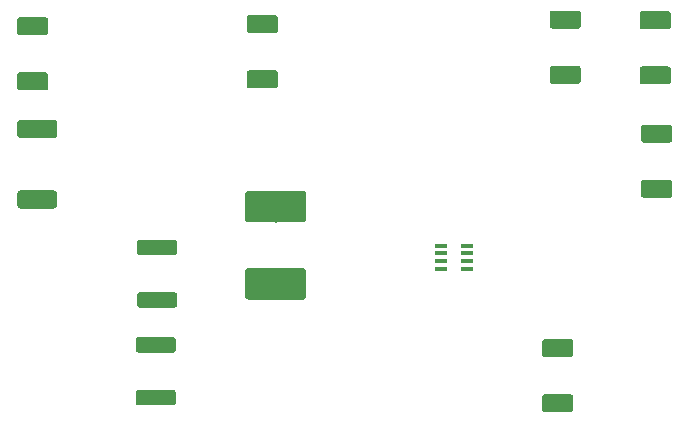
<source format=gbr>
G04 #@! TF.GenerationSoftware,KiCad,Pcbnew,(5.0.1-3-g963ef8bb5)*
G04 #@! TF.CreationDate,2019-04-17T19:13:41-07:00*
G04 #@! TF.ProjectId,wireless_proj,776972656C6573735F70726F6A2E6B69,rev?*
G04 #@! TF.SameCoordinates,Original*
G04 #@! TF.FileFunction,Paste,Top*
G04 #@! TF.FilePolarity,Positive*
%FSLAX46Y46*%
G04 Gerber Fmt 4.6, Leading zero omitted, Abs format (unit mm)*
G04 Created by KiCad (PCBNEW (5.0.1-3-g963ef8bb5)) date 2019 April 17, Wednesday 19:13:41*
%MOMM*%
%LPD*%
G01*
G04 APERTURE LIST*
%ADD10C,0.100000*%
%ADD11C,1.300000*%
%ADD12C,1.525000*%
%ADD13C,2.650000*%
%ADD14R,1.060000X0.400000*%
G04 APERTURE END LIST*
D10*
G04 #@! TO.C,C2*
G36*
X114631504Y-94154204D02*
X114655773Y-94157804D01*
X114679571Y-94163765D01*
X114702671Y-94172030D01*
X114724849Y-94182520D01*
X114745893Y-94195133D01*
X114765598Y-94209747D01*
X114783777Y-94226223D01*
X114800253Y-94244402D01*
X114814867Y-94264107D01*
X114827480Y-94285151D01*
X114837970Y-94307329D01*
X114846235Y-94330429D01*
X114852196Y-94354227D01*
X114855796Y-94378496D01*
X114857000Y-94403000D01*
X114857000Y-95203000D01*
X114855796Y-95227504D01*
X114852196Y-95251773D01*
X114846235Y-95275571D01*
X114837970Y-95298671D01*
X114827480Y-95320849D01*
X114814867Y-95341893D01*
X114800253Y-95361598D01*
X114783777Y-95379777D01*
X114765598Y-95396253D01*
X114745893Y-95410867D01*
X114724849Y-95423480D01*
X114702671Y-95433970D01*
X114679571Y-95442235D01*
X114655773Y-95448196D01*
X114631504Y-95451796D01*
X114607000Y-95453000D01*
X111707000Y-95453000D01*
X111682496Y-95451796D01*
X111658227Y-95448196D01*
X111634429Y-95442235D01*
X111611329Y-95433970D01*
X111589151Y-95423480D01*
X111568107Y-95410867D01*
X111548402Y-95396253D01*
X111530223Y-95379777D01*
X111513747Y-95361598D01*
X111499133Y-95341893D01*
X111486520Y-95320849D01*
X111476030Y-95298671D01*
X111467765Y-95275571D01*
X111461804Y-95251773D01*
X111458204Y-95227504D01*
X111457000Y-95203000D01*
X111457000Y-94403000D01*
X111458204Y-94378496D01*
X111461804Y-94354227D01*
X111467765Y-94330429D01*
X111476030Y-94307329D01*
X111486520Y-94285151D01*
X111499133Y-94264107D01*
X111513747Y-94244402D01*
X111530223Y-94226223D01*
X111548402Y-94209747D01*
X111568107Y-94195133D01*
X111589151Y-94182520D01*
X111611329Y-94172030D01*
X111634429Y-94163765D01*
X111658227Y-94157804D01*
X111682496Y-94154204D01*
X111707000Y-94153000D01*
X114607000Y-94153000D01*
X114631504Y-94154204D01*
X114631504Y-94154204D01*
G37*
D11*
X113157000Y-94803000D03*
D10*
G36*
X114631504Y-98604204D02*
X114655773Y-98607804D01*
X114679571Y-98613765D01*
X114702671Y-98622030D01*
X114724849Y-98632520D01*
X114745893Y-98645133D01*
X114765598Y-98659747D01*
X114783777Y-98676223D01*
X114800253Y-98694402D01*
X114814867Y-98714107D01*
X114827480Y-98735151D01*
X114837970Y-98757329D01*
X114846235Y-98780429D01*
X114852196Y-98804227D01*
X114855796Y-98828496D01*
X114857000Y-98853000D01*
X114857000Y-99653000D01*
X114855796Y-99677504D01*
X114852196Y-99701773D01*
X114846235Y-99725571D01*
X114837970Y-99748671D01*
X114827480Y-99770849D01*
X114814867Y-99791893D01*
X114800253Y-99811598D01*
X114783777Y-99829777D01*
X114765598Y-99846253D01*
X114745893Y-99860867D01*
X114724849Y-99873480D01*
X114702671Y-99883970D01*
X114679571Y-99892235D01*
X114655773Y-99898196D01*
X114631504Y-99901796D01*
X114607000Y-99903000D01*
X111707000Y-99903000D01*
X111682496Y-99901796D01*
X111658227Y-99898196D01*
X111634429Y-99892235D01*
X111611329Y-99883970D01*
X111589151Y-99873480D01*
X111568107Y-99860867D01*
X111548402Y-99846253D01*
X111530223Y-99829777D01*
X111513747Y-99811598D01*
X111499133Y-99791893D01*
X111486520Y-99770849D01*
X111476030Y-99748671D01*
X111467765Y-99725571D01*
X111461804Y-99701773D01*
X111458204Y-99677504D01*
X111457000Y-99653000D01*
X111457000Y-98853000D01*
X111458204Y-98828496D01*
X111461804Y-98804227D01*
X111467765Y-98780429D01*
X111476030Y-98757329D01*
X111486520Y-98735151D01*
X111499133Y-98714107D01*
X111513747Y-98694402D01*
X111530223Y-98676223D01*
X111548402Y-98659747D01*
X111568107Y-98645133D01*
X111589151Y-98632520D01*
X111611329Y-98622030D01*
X111634429Y-98613765D01*
X111658227Y-98607804D01*
X111682496Y-98604204D01*
X111707000Y-98603000D01*
X114607000Y-98603000D01*
X114631504Y-98604204D01*
X114631504Y-98604204D01*
G37*
D11*
X113157000Y-99253000D03*
G04 #@! TD*
D10*
G04 #@! TO.C,C1*
G36*
X114758504Y-85899204D02*
X114782773Y-85902804D01*
X114806571Y-85908765D01*
X114829671Y-85917030D01*
X114851849Y-85927520D01*
X114872893Y-85940133D01*
X114892598Y-85954747D01*
X114910777Y-85971223D01*
X114927253Y-85989402D01*
X114941867Y-86009107D01*
X114954480Y-86030151D01*
X114964970Y-86052329D01*
X114973235Y-86075429D01*
X114979196Y-86099227D01*
X114982796Y-86123496D01*
X114984000Y-86148000D01*
X114984000Y-86948000D01*
X114982796Y-86972504D01*
X114979196Y-86996773D01*
X114973235Y-87020571D01*
X114964970Y-87043671D01*
X114954480Y-87065849D01*
X114941867Y-87086893D01*
X114927253Y-87106598D01*
X114910777Y-87124777D01*
X114892598Y-87141253D01*
X114872893Y-87155867D01*
X114851849Y-87168480D01*
X114829671Y-87178970D01*
X114806571Y-87187235D01*
X114782773Y-87193196D01*
X114758504Y-87196796D01*
X114734000Y-87198000D01*
X111834000Y-87198000D01*
X111809496Y-87196796D01*
X111785227Y-87193196D01*
X111761429Y-87187235D01*
X111738329Y-87178970D01*
X111716151Y-87168480D01*
X111695107Y-87155867D01*
X111675402Y-87141253D01*
X111657223Y-87124777D01*
X111640747Y-87106598D01*
X111626133Y-87086893D01*
X111613520Y-87065849D01*
X111603030Y-87043671D01*
X111594765Y-87020571D01*
X111588804Y-86996773D01*
X111585204Y-86972504D01*
X111584000Y-86948000D01*
X111584000Y-86148000D01*
X111585204Y-86123496D01*
X111588804Y-86099227D01*
X111594765Y-86075429D01*
X111603030Y-86052329D01*
X111613520Y-86030151D01*
X111626133Y-86009107D01*
X111640747Y-85989402D01*
X111657223Y-85971223D01*
X111675402Y-85954747D01*
X111695107Y-85940133D01*
X111716151Y-85927520D01*
X111738329Y-85917030D01*
X111761429Y-85908765D01*
X111785227Y-85902804D01*
X111809496Y-85899204D01*
X111834000Y-85898000D01*
X114734000Y-85898000D01*
X114758504Y-85899204D01*
X114758504Y-85899204D01*
G37*
D11*
X113284000Y-86548000D03*
D10*
G36*
X114758504Y-90349204D02*
X114782773Y-90352804D01*
X114806571Y-90358765D01*
X114829671Y-90367030D01*
X114851849Y-90377520D01*
X114872893Y-90390133D01*
X114892598Y-90404747D01*
X114910777Y-90421223D01*
X114927253Y-90439402D01*
X114941867Y-90459107D01*
X114954480Y-90480151D01*
X114964970Y-90502329D01*
X114973235Y-90525429D01*
X114979196Y-90549227D01*
X114982796Y-90573496D01*
X114984000Y-90598000D01*
X114984000Y-91398000D01*
X114982796Y-91422504D01*
X114979196Y-91446773D01*
X114973235Y-91470571D01*
X114964970Y-91493671D01*
X114954480Y-91515849D01*
X114941867Y-91536893D01*
X114927253Y-91556598D01*
X114910777Y-91574777D01*
X114892598Y-91591253D01*
X114872893Y-91605867D01*
X114851849Y-91618480D01*
X114829671Y-91628970D01*
X114806571Y-91637235D01*
X114782773Y-91643196D01*
X114758504Y-91646796D01*
X114734000Y-91648000D01*
X111834000Y-91648000D01*
X111809496Y-91646796D01*
X111785227Y-91643196D01*
X111761429Y-91637235D01*
X111738329Y-91628970D01*
X111716151Y-91618480D01*
X111695107Y-91605867D01*
X111675402Y-91591253D01*
X111657223Y-91574777D01*
X111640747Y-91556598D01*
X111626133Y-91536893D01*
X111613520Y-91515849D01*
X111603030Y-91493671D01*
X111594765Y-91470571D01*
X111588804Y-91446773D01*
X111585204Y-91422504D01*
X111584000Y-91398000D01*
X111584000Y-90598000D01*
X111585204Y-90573496D01*
X111588804Y-90549227D01*
X111594765Y-90525429D01*
X111603030Y-90502329D01*
X111613520Y-90480151D01*
X111626133Y-90459107D01*
X111640747Y-90439402D01*
X111657223Y-90421223D01*
X111675402Y-90404747D01*
X111695107Y-90390133D01*
X111716151Y-90377520D01*
X111738329Y-90367030D01*
X111761429Y-90358765D01*
X111785227Y-90352804D01*
X111809496Y-90349204D01*
X111834000Y-90348000D01*
X114734000Y-90348000D01*
X114758504Y-90349204D01*
X114758504Y-90349204D01*
G37*
D11*
X113284000Y-90998000D03*
G04 #@! TD*
D10*
G04 #@! TO.C,D1*
G36*
X104573505Y-81728204D02*
X104597773Y-81731804D01*
X104621572Y-81737765D01*
X104644671Y-81746030D01*
X104666850Y-81756520D01*
X104687893Y-81769132D01*
X104707599Y-81783747D01*
X104725777Y-81800223D01*
X104742253Y-81818401D01*
X104756868Y-81838107D01*
X104769480Y-81859150D01*
X104779970Y-81881329D01*
X104788235Y-81904428D01*
X104794196Y-81928227D01*
X104797796Y-81952495D01*
X104799000Y-81976999D01*
X104799000Y-83002001D01*
X104797796Y-83026505D01*
X104794196Y-83050773D01*
X104788235Y-83074572D01*
X104779970Y-83097671D01*
X104769480Y-83119850D01*
X104756868Y-83140893D01*
X104742253Y-83160599D01*
X104725777Y-83178777D01*
X104707599Y-83195253D01*
X104687893Y-83209868D01*
X104666850Y-83222480D01*
X104644671Y-83232970D01*
X104621572Y-83241235D01*
X104597773Y-83247196D01*
X104573505Y-83250796D01*
X104549001Y-83252000D01*
X101698999Y-83252000D01*
X101674495Y-83250796D01*
X101650227Y-83247196D01*
X101626428Y-83241235D01*
X101603329Y-83232970D01*
X101581150Y-83222480D01*
X101560107Y-83209868D01*
X101540401Y-83195253D01*
X101522223Y-83178777D01*
X101505747Y-83160599D01*
X101491132Y-83140893D01*
X101478520Y-83119850D01*
X101468030Y-83097671D01*
X101459765Y-83074572D01*
X101453804Y-83050773D01*
X101450204Y-83026505D01*
X101449000Y-83002001D01*
X101449000Y-81976999D01*
X101450204Y-81952495D01*
X101453804Y-81928227D01*
X101459765Y-81904428D01*
X101468030Y-81881329D01*
X101478520Y-81859150D01*
X101491132Y-81838107D01*
X101505747Y-81818401D01*
X101522223Y-81800223D01*
X101540401Y-81783747D01*
X101560107Y-81769132D01*
X101581150Y-81756520D01*
X101603329Y-81746030D01*
X101626428Y-81737765D01*
X101650227Y-81731804D01*
X101674495Y-81728204D01*
X101698999Y-81727000D01*
X104549001Y-81727000D01*
X104573505Y-81728204D01*
X104573505Y-81728204D01*
G37*
D12*
X103124000Y-82489500D03*
D10*
G36*
X104573505Y-75753204D02*
X104597773Y-75756804D01*
X104621572Y-75762765D01*
X104644671Y-75771030D01*
X104666850Y-75781520D01*
X104687893Y-75794132D01*
X104707599Y-75808747D01*
X104725777Y-75825223D01*
X104742253Y-75843401D01*
X104756868Y-75863107D01*
X104769480Y-75884150D01*
X104779970Y-75906329D01*
X104788235Y-75929428D01*
X104794196Y-75953227D01*
X104797796Y-75977495D01*
X104799000Y-76001999D01*
X104799000Y-77027001D01*
X104797796Y-77051505D01*
X104794196Y-77075773D01*
X104788235Y-77099572D01*
X104779970Y-77122671D01*
X104769480Y-77144850D01*
X104756868Y-77165893D01*
X104742253Y-77185599D01*
X104725777Y-77203777D01*
X104707599Y-77220253D01*
X104687893Y-77234868D01*
X104666850Y-77247480D01*
X104644671Y-77257970D01*
X104621572Y-77266235D01*
X104597773Y-77272196D01*
X104573505Y-77275796D01*
X104549001Y-77277000D01*
X101698999Y-77277000D01*
X101674495Y-77275796D01*
X101650227Y-77272196D01*
X101626428Y-77266235D01*
X101603329Y-77257970D01*
X101581150Y-77247480D01*
X101560107Y-77234868D01*
X101540401Y-77220253D01*
X101522223Y-77203777D01*
X101505747Y-77185599D01*
X101491132Y-77165893D01*
X101478520Y-77144850D01*
X101468030Y-77122671D01*
X101459765Y-77099572D01*
X101453804Y-77075773D01*
X101450204Y-77051505D01*
X101449000Y-77027001D01*
X101449000Y-76001999D01*
X101450204Y-75977495D01*
X101453804Y-75953227D01*
X101459765Y-75929428D01*
X101468030Y-75906329D01*
X101478520Y-75884150D01*
X101491132Y-75863107D01*
X101505747Y-75843401D01*
X101522223Y-75825223D01*
X101540401Y-75808747D01*
X101560107Y-75794132D01*
X101581150Y-75781520D01*
X101603329Y-75771030D01*
X101626428Y-75762765D01*
X101650227Y-75756804D01*
X101674495Y-75753204D01*
X101698999Y-75752000D01*
X104549001Y-75752000D01*
X104573505Y-75753204D01*
X104573505Y-75753204D01*
G37*
D12*
X103124000Y-76514500D03*
G04 #@! TD*
D10*
G04 #@! TO.C,D2*
G36*
X125666504Y-88311204D02*
X125690773Y-88314804D01*
X125714571Y-88320765D01*
X125737671Y-88329030D01*
X125759849Y-88339520D01*
X125780893Y-88352133D01*
X125800598Y-88366747D01*
X125818777Y-88383223D01*
X125835253Y-88401402D01*
X125849867Y-88421107D01*
X125862480Y-88442151D01*
X125872970Y-88464329D01*
X125881235Y-88487429D01*
X125887196Y-88511227D01*
X125890796Y-88535496D01*
X125892000Y-88560000D01*
X125892000Y-90710000D01*
X125890796Y-90734504D01*
X125887196Y-90758773D01*
X125881235Y-90782571D01*
X125872970Y-90805671D01*
X125862480Y-90827849D01*
X125849867Y-90848893D01*
X125835253Y-90868598D01*
X125818777Y-90886777D01*
X125800598Y-90903253D01*
X125780893Y-90917867D01*
X125759849Y-90930480D01*
X125737671Y-90940970D01*
X125714571Y-90949235D01*
X125690773Y-90955196D01*
X125666504Y-90958796D01*
X125642000Y-90960000D01*
X120992000Y-90960000D01*
X120967496Y-90958796D01*
X120943227Y-90955196D01*
X120919429Y-90949235D01*
X120896329Y-90940970D01*
X120874151Y-90930480D01*
X120853107Y-90917867D01*
X120833402Y-90903253D01*
X120815223Y-90886777D01*
X120798747Y-90868598D01*
X120784133Y-90848893D01*
X120771520Y-90827849D01*
X120761030Y-90805671D01*
X120752765Y-90782571D01*
X120746804Y-90758773D01*
X120743204Y-90734504D01*
X120742000Y-90710000D01*
X120742000Y-88560000D01*
X120743204Y-88535496D01*
X120746804Y-88511227D01*
X120752765Y-88487429D01*
X120761030Y-88464329D01*
X120771520Y-88442151D01*
X120784133Y-88421107D01*
X120798747Y-88401402D01*
X120815223Y-88383223D01*
X120833402Y-88366747D01*
X120853107Y-88352133D01*
X120874151Y-88339520D01*
X120896329Y-88329030D01*
X120919429Y-88320765D01*
X120943227Y-88314804D01*
X120967496Y-88311204D01*
X120992000Y-88310000D01*
X125642000Y-88310000D01*
X125666504Y-88311204D01*
X125666504Y-88311204D01*
G37*
D13*
X123317000Y-89635000D03*
D10*
G36*
X125666504Y-81761204D02*
X125690773Y-81764804D01*
X125714571Y-81770765D01*
X125737671Y-81779030D01*
X125759849Y-81789520D01*
X125780893Y-81802133D01*
X125800598Y-81816747D01*
X125818777Y-81833223D01*
X125835253Y-81851402D01*
X125849867Y-81871107D01*
X125862480Y-81892151D01*
X125872970Y-81914329D01*
X125881235Y-81937429D01*
X125887196Y-81961227D01*
X125890796Y-81985496D01*
X125892000Y-82010000D01*
X125892000Y-84160000D01*
X125890796Y-84184504D01*
X125887196Y-84208773D01*
X125881235Y-84232571D01*
X125872970Y-84255671D01*
X125862480Y-84277849D01*
X125849867Y-84298893D01*
X125835253Y-84318598D01*
X125818777Y-84336777D01*
X125800598Y-84353253D01*
X125780893Y-84367867D01*
X125759849Y-84380480D01*
X125737671Y-84390970D01*
X125714571Y-84399235D01*
X125690773Y-84405196D01*
X125666504Y-84408796D01*
X125642000Y-84410000D01*
X120992000Y-84410000D01*
X120967496Y-84408796D01*
X120943227Y-84405196D01*
X120919429Y-84399235D01*
X120896329Y-84390970D01*
X120874151Y-84380480D01*
X120853107Y-84367867D01*
X120833402Y-84353253D01*
X120815223Y-84336777D01*
X120798747Y-84318598D01*
X120784133Y-84298893D01*
X120771520Y-84277849D01*
X120761030Y-84255671D01*
X120752765Y-84232571D01*
X120746804Y-84208773D01*
X120743204Y-84184504D01*
X120742000Y-84160000D01*
X120742000Y-82010000D01*
X120743204Y-81985496D01*
X120746804Y-81961227D01*
X120752765Y-81937429D01*
X120761030Y-81914329D01*
X120771520Y-81892151D01*
X120784133Y-81871107D01*
X120798747Y-81851402D01*
X120815223Y-81833223D01*
X120833402Y-81816747D01*
X120853107Y-81802133D01*
X120874151Y-81789520D01*
X120896329Y-81779030D01*
X120919429Y-81770765D01*
X120943227Y-81764804D01*
X120967496Y-81761204D01*
X120992000Y-81760000D01*
X125642000Y-81760000D01*
X125666504Y-81761204D01*
X125666504Y-81761204D01*
G37*
D13*
X123317000Y-83085000D03*
G04 #@! TD*
D14*
G04 #@! TO.C,U1*
X139530000Y-88356000D03*
X139530000Y-87706000D03*
X139530000Y-87046000D03*
X139530000Y-86396000D03*
X137330000Y-86396000D03*
X137330000Y-87046000D03*
X137330000Y-87706000D03*
X137330000Y-88356000D03*
G04 #@! TD*
D10*
G04 #@! TO.C,TH1*
G36*
X103842505Y-67056704D02*
X103866773Y-67060304D01*
X103890572Y-67066265D01*
X103913671Y-67074530D01*
X103935850Y-67085020D01*
X103956893Y-67097632D01*
X103976599Y-67112247D01*
X103994777Y-67128723D01*
X104011253Y-67146901D01*
X104025868Y-67166607D01*
X104038480Y-67187650D01*
X104048970Y-67209829D01*
X104057235Y-67232928D01*
X104063196Y-67256727D01*
X104066796Y-67280995D01*
X104068000Y-67305499D01*
X104068000Y-68330501D01*
X104066796Y-68355005D01*
X104063196Y-68379273D01*
X104057235Y-68403072D01*
X104048970Y-68426171D01*
X104038480Y-68448350D01*
X104025868Y-68469393D01*
X104011253Y-68489099D01*
X103994777Y-68507277D01*
X103976599Y-68523753D01*
X103956893Y-68538368D01*
X103935850Y-68550980D01*
X103913671Y-68561470D01*
X103890572Y-68569735D01*
X103866773Y-68575696D01*
X103842505Y-68579296D01*
X103818001Y-68580500D01*
X101667999Y-68580500D01*
X101643495Y-68579296D01*
X101619227Y-68575696D01*
X101595428Y-68569735D01*
X101572329Y-68561470D01*
X101550150Y-68550980D01*
X101529107Y-68538368D01*
X101509401Y-68523753D01*
X101491223Y-68507277D01*
X101474747Y-68489099D01*
X101460132Y-68469393D01*
X101447520Y-68448350D01*
X101437030Y-68426171D01*
X101428765Y-68403072D01*
X101422804Y-68379273D01*
X101419204Y-68355005D01*
X101418000Y-68330501D01*
X101418000Y-67305499D01*
X101419204Y-67280995D01*
X101422804Y-67256727D01*
X101428765Y-67232928D01*
X101437030Y-67209829D01*
X101447520Y-67187650D01*
X101460132Y-67166607D01*
X101474747Y-67146901D01*
X101491223Y-67128723D01*
X101509401Y-67112247D01*
X101529107Y-67097632D01*
X101550150Y-67085020D01*
X101572329Y-67074530D01*
X101595428Y-67066265D01*
X101619227Y-67060304D01*
X101643495Y-67056704D01*
X101667999Y-67055500D01*
X103818001Y-67055500D01*
X103842505Y-67056704D01*
X103842505Y-67056704D01*
G37*
D12*
X102743000Y-67818000D03*
D10*
G36*
X103842505Y-71731704D02*
X103866773Y-71735304D01*
X103890572Y-71741265D01*
X103913671Y-71749530D01*
X103935850Y-71760020D01*
X103956893Y-71772632D01*
X103976599Y-71787247D01*
X103994777Y-71803723D01*
X104011253Y-71821901D01*
X104025868Y-71841607D01*
X104038480Y-71862650D01*
X104048970Y-71884829D01*
X104057235Y-71907928D01*
X104063196Y-71931727D01*
X104066796Y-71955995D01*
X104068000Y-71980499D01*
X104068000Y-73005501D01*
X104066796Y-73030005D01*
X104063196Y-73054273D01*
X104057235Y-73078072D01*
X104048970Y-73101171D01*
X104038480Y-73123350D01*
X104025868Y-73144393D01*
X104011253Y-73164099D01*
X103994777Y-73182277D01*
X103976599Y-73198753D01*
X103956893Y-73213368D01*
X103935850Y-73225980D01*
X103913671Y-73236470D01*
X103890572Y-73244735D01*
X103866773Y-73250696D01*
X103842505Y-73254296D01*
X103818001Y-73255500D01*
X101667999Y-73255500D01*
X101643495Y-73254296D01*
X101619227Y-73250696D01*
X101595428Y-73244735D01*
X101572329Y-73236470D01*
X101550150Y-73225980D01*
X101529107Y-73213368D01*
X101509401Y-73198753D01*
X101491223Y-73182277D01*
X101474747Y-73164099D01*
X101460132Y-73144393D01*
X101447520Y-73123350D01*
X101437030Y-73101171D01*
X101428765Y-73078072D01*
X101422804Y-73054273D01*
X101419204Y-73030005D01*
X101418000Y-73005501D01*
X101418000Y-71980499D01*
X101419204Y-71955995D01*
X101422804Y-71931727D01*
X101428765Y-71907928D01*
X101437030Y-71884829D01*
X101447520Y-71862650D01*
X101460132Y-71841607D01*
X101474747Y-71821901D01*
X101491223Y-71803723D01*
X101509401Y-71787247D01*
X101529107Y-71772632D01*
X101550150Y-71760020D01*
X101572329Y-71749530D01*
X101595428Y-71741265D01*
X101619227Y-71735304D01*
X101643495Y-71731704D01*
X101667999Y-71730500D01*
X103818001Y-71730500D01*
X103842505Y-71731704D01*
X103842505Y-71731704D01*
G37*
D12*
X102743000Y-72493000D03*
G04 #@! TD*
D10*
G04 #@! TO.C,Rl1*
G36*
X148927505Y-71172204D02*
X148951773Y-71175804D01*
X148975572Y-71181765D01*
X148998671Y-71190030D01*
X149020850Y-71200520D01*
X149041893Y-71213132D01*
X149061599Y-71227747D01*
X149079777Y-71244223D01*
X149096253Y-71262401D01*
X149110868Y-71282107D01*
X149123480Y-71303150D01*
X149133970Y-71325329D01*
X149142235Y-71348428D01*
X149148196Y-71372227D01*
X149151796Y-71396495D01*
X149153000Y-71420999D01*
X149153000Y-72446001D01*
X149151796Y-72470505D01*
X149148196Y-72494773D01*
X149142235Y-72518572D01*
X149133970Y-72541671D01*
X149123480Y-72563850D01*
X149110868Y-72584893D01*
X149096253Y-72604599D01*
X149079777Y-72622777D01*
X149061599Y-72639253D01*
X149041893Y-72653868D01*
X149020850Y-72666480D01*
X148998671Y-72676970D01*
X148975572Y-72685235D01*
X148951773Y-72691196D01*
X148927505Y-72694796D01*
X148903001Y-72696000D01*
X146752999Y-72696000D01*
X146728495Y-72694796D01*
X146704227Y-72691196D01*
X146680428Y-72685235D01*
X146657329Y-72676970D01*
X146635150Y-72666480D01*
X146614107Y-72653868D01*
X146594401Y-72639253D01*
X146576223Y-72622777D01*
X146559747Y-72604599D01*
X146545132Y-72584893D01*
X146532520Y-72563850D01*
X146522030Y-72541671D01*
X146513765Y-72518572D01*
X146507804Y-72494773D01*
X146504204Y-72470505D01*
X146503000Y-72446001D01*
X146503000Y-71420999D01*
X146504204Y-71396495D01*
X146507804Y-71372227D01*
X146513765Y-71348428D01*
X146522030Y-71325329D01*
X146532520Y-71303150D01*
X146545132Y-71282107D01*
X146559747Y-71262401D01*
X146576223Y-71244223D01*
X146594401Y-71227747D01*
X146614107Y-71213132D01*
X146635150Y-71200520D01*
X146657329Y-71190030D01*
X146680428Y-71181765D01*
X146704227Y-71175804D01*
X146728495Y-71172204D01*
X146752999Y-71171000D01*
X148903001Y-71171000D01*
X148927505Y-71172204D01*
X148927505Y-71172204D01*
G37*
D12*
X147828000Y-71933500D03*
D10*
G36*
X148927505Y-66497204D02*
X148951773Y-66500804D01*
X148975572Y-66506765D01*
X148998671Y-66515030D01*
X149020850Y-66525520D01*
X149041893Y-66538132D01*
X149061599Y-66552747D01*
X149079777Y-66569223D01*
X149096253Y-66587401D01*
X149110868Y-66607107D01*
X149123480Y-66628150D01*
X149133970Y-66650329D01*
X149142235Y-66673428D01*
X149148196Y-66697227D01*
X149151796Y-66721495D01*
X149153000Y-66745999D01*
X149153000Y-67771001D01*
X149151796Y-67795505D01*
X149148196Y-67819773D01*
X149142235Y-67843572D01*
X149133970Y-67866671D01*
X149123480Y-67888850D01*
X149110868Y-67909893D01*
X149096253Y-67929599D01*
X149079777Y-67947777D01*
X149061599Y-67964253D01*
X149041893Y-67978868D01*
X149020850Y-67991480D01*
X148998671Y-68001970D01*
X148975572Y-68010235D01*
X148951773Y-68016196D01*
X148927505Y-68019796D01*
X148903001Y-68021000D01*
X146752999Y-68021000D01*
X146728495Y-68019796D01*
X146704227Y-68016196D01*
X146680428Y-68010235D01*
X146657329Y-68001970D01*
X146635150Y-67991480D01*
X146614107Y-67978868D01*
X146594401Y-67964253D01*
X146576223Y-67947777D01*
X146559747Y-67929599D01*
X146545132Y-67909893D01*
X146532520Y-67888850D01*
X146522030Y-67866671D01*
X146513765Y-67843572D01*
X146507804Y-67819773D01*
X146504204Y-67795505D01*
X146503000Y-67771001D01*
X146503000Y-66745999D01*
X146504204Y-66721495D01*
X146507804Y-66697227D01*
X146513765Y-66673428D01*
X146522030Y-66650329D01*
X146532520Y-66628150D01*
X146545132Y-66607107D01*
X146559747Y-66587401D01*
X146576223Y-66569223D01*
X146594401Y-66552747D01*
X146614107Y-66538132D01*
X146635150Y-66525520D01*
X146657329Y-66515030D01*
X146680428Y-66506765D01*
X146704227Y-66500804D01*
X146728495Y-66497204D01*
X146752999Y-66496000D01*
X148903001Y-66496000D01*
X148927505Y-66497204D01*
X148927505Y-66497204D01*
G37*
D12*
X147828000Y-67258500D03*
G04 #@! TD*
D10*
G04 #@! TO.C,R4*
G36*
X123273505Y-66878204D02*
X123297773Y-66881804D01*
X123321572Y-66887765D01*
X123344671Y-66896030D01*
X123366850Y-66906520D01*
X123387893Y-66919132D01*
X123407599Y-66933747D01*
X123425777Y-66950223D01*
X123442253Y-66968401D01*
X123456868Y-66988107D01*
X123469480Y-67009150D01*
X123479970Y-67031329D01*
X123488235Y-67054428D01*
X123494196Y-67078227D01*
X123497796Y-67102495D01*
X123499000Y-67126999D01*
X123499000Y-68152001D01*
X123497796Y-68176505D01*
X123494196Y-68200773D01*
X123488235Y-68224572D01*
X123479970Y-68247671D01*
X123469480Y-68269850D01*
X123456868Y-68290893D01*
X123442253Y-68310599D01*
X123425777Y-68328777D01*
X123407599Y-68345253D01*
X123387893Y-68359868D01*
X123366850Y-68372480D01*
X123344671Y-68382970D01*
X123321572Y-68391235D01*
X123297773Y-68397196D01*
X123273505Y-68400796D01*
X123249001Y-68402000D01*
X121098999Y-68402000D01*
X121074495Y-68400796D01*
X121050227Y-68397196D01*
X121026428Y-68391235D01*
X121003329Y-68382970D01*
X120981150Y-68372480D01*
X120960107Y-68359868D01*
X120940401Y-68345253D01*
X120922223Y-68328777D01*
X120905747Y-68310599D01*
X120891132Y-68290893D01*
X120878520Y-68269850D01*
X120868030Y-68247671D01*
X120859765Y-68224572D01*
X120853804Y-68200773D01*
X120850204Y-68176505D01*
X120849000Y-68152001D01*
X120849000Y-67126999D01*
X120850204Y-67102495D01*
X120853804Y-67078227D01*
X120859765Y-67054428D01*
X120868030Y-67031329D01*
X120878520Y-67009150D01*
X120891132Y-66988107D01*
X120905747Y-66968401D01*
X120922223Y-66950223D01*
X120940401Y-66933747D01*
X120960107Y-66919132D01*
X120981150Y-66906520D01*
X121003329Y-66896030D01*
X121026428Y-66887765D01*
X121050227Y-66881804D01*
X121074495Y-66878204D01*
X121098999Y-66877000D01*
X123249001Y-66877000D01*
X123273505Y-66878204D01*
X123273505Y-66878204D01*
G37*
D12*
X122174000Y-67639500D03*
D10*
G36*
X123273505Y-71553204D02*
X123297773Y-71556804D01*
X123321572Y-71562765D01*
X123344671Y-71571030D01*
X123366850Y-71581520D01*
X123387893Y-71594132D01*
X123407599Y-71608747D01*
X123425777Y-71625223D01*
X123442253Y-71643401D01*
X123456868Y-71663107D01*
X123469480Y-71684150D01*
X123479970Y-71706329D01*
X123488235Y-71729428D01*
X123494196Y-71753227D01*
X123497796Y-71777495D01*
X123499000Y-71801999D01*
X123499000Y-72827001D01*
X123497796Y-72851505D01*
X123494196Y-72875773D01*
X123488235Y-72899572D01*
X123479970Y-72922671D01*
X123469480Y-72944850D01*
X123456868Y-72965893D01*
X123442253Y-72985599D01*
X123425777Y-73003777D01*
X123407599Y-73020253D01*
X123387893Y-73034868D01*
X123366850Y-73047480D01*
X123344671Y-73057970D01*
X123321572Y-73066235D01*
X123297773Y-73072196D01*
X123273505Y-73075796D01*
X123249001Y-73077000D01*
X121098999Y-73077000D01*
X121074495Y-73075796D01*
X121050227Y-73072196D01*
X121026428Y-73066235D01*
X121003329Y-73057970D01*
X120981150Y-73047480D01*
X120960107Y-73034868D01*
X120940401Y-73020253D01*
X120922223Y-73003777D01*
X120905747Y-72985599D01*
X120891132Y-72965893D01*
X120878520Y-72944850D01*
X120868030Y-72922671D01*
X120859765Y-72899572D01*
X120853804Y-72875773D01*
X120850204Y-72851505D01*
X120849000Y-72827001D01*
X120849000Y-71801999D01*
X120850204Y-71777495D01*
X120853804Y-71753227D01*
X120859765Y-71729428D01*
X120868030Y-71706329D01*
X120878520Y-71684150D01*
X120891132Y-71663107D01*
X120905747Y-71643401D01*
X120922223Y-71625223D01*
X120940401Y-71608747D01*
X120960107Y-71594132D01*
X120981150Y-71581520D01*
X121003329Y-71571030D01*
X121026428Y-71562765D01*
X121050227Y-71556804D01*
X121074495Y-71553204D01*
X121098999Y-71552000D01*
X123249001Y-71552000D01*
X123273505Y-71553204D01*
X123273505Y-71553204D01*
G37*
D12*
X122174000Y-72314500D03*
G04 #@! TD*
D10*
G04 #@! TO.C,R3*
G36*
X156674505Y-80824204D02*
X156698773Y-80827804D01*
X156722572Y-80833765D01*
X156745671Y-80842030D01*
X156767850Y-80852520D01*
X156788893Y-80865132D01*
X156808599Y-80879747D01*
X156826777Y-80896223D01*
X156843253Y-80914401D01*
X156857868Y-80934107D01*
X156870480Y-80955150D01*
X156880970Y-80977329D01*
X156889235Y-81000428D01*
X156895196Y-81024227D01*
X156898796Y-81048495D01*
X156900000Y-81072999D01*
X156900000Y-82098001D01*
X156898796Y-82122505D01*
X156895196Y-82146773D01*
X156889235Y-82170572D01*
X156880970Y-82193671D01*
X156870480Y-82215850D01*
X156857868Y-82236893D01*
X156843253Y-82256599D01*
X156826777Y-82274777D01*
X156808599Y-82291253D01*
X156788893Y-82305868D01*
X156767850Y-82318480D01*
X156745671Y-82328970D01*
X156722572Y-82337235D01*
X156698773Y-82343196D01*
X156674505Y-82346796D01*
X156650001Y-82348000D01*
X154499999Y-82348000D01*
X154475495Y-82346796D01*
X154451227Y-82343196D01*
X154427428Y-82337235D01*
X154404329Y-82328970D01*
X154382150Y-82318480D01*
X154361107Y-82305868D01*
X154341401Y-82291253D01*
X154323223Y-82274777D01*
X154306747Y-82256599D01*
X154292132Y-82236893D01*
X154279520Y-82215850D01*
X154269030Y-82193671D01*
X154260765Y-82170572D01*
X154254804Y-82146773D01*
X154251204Y-82122505D01*
X154250000Y-82098001D01*
X154250000Y-81072999D01*
X154251204Y-81048495D01*
X154254804Y-81024227D01*
X154260765Y-81000428D01*
X154269030Y-80977329D01*
X154279520Y-80955150D01*
X154292132Y-80934107D01*
X154306747Y-80914401D01*
X154323223Y-80896223D01*
X154341401Y-80879747D01*
X154361107Y-80865132D01*
X154382150Y-80852520D01*
X154404329Y-80842030D01*
X154427428Y-80833765D01*
X154451227Y-80827804D01*
X154475495Y-80824204D01*
X154499999Y-80823000D01*
X156650001Y-80823000D01*
X156674505Y-80824204D01*
X156674505Y-80824204D01*
G37*
D12*
X155575000Y-81585500D03*
D10*
G36*
X156674505Y-76149204D02*
X156698773Y-76152804D01*
X156722572Y-76158765D01*
X156745671Y-76167030D01*
X156767850Y-76177520D01*
X156788893Y-76190132D01*
X156808599Y-76204747D01*
X156826777Y-76221223D01*
X156843253Y-76239401D01*
X156857868Y-76259107D01*
X156870480Y-76280150D01*
X156880970Y-76302329D01*
X156889235Y-76325428D01*
X156895196Y-76349227D01*
X156898796Y-76373495D01*
X156900000Y-76397999D01*
X156900000Y-77423001D01*
X156898796Y-77447505D01*
X156895196Y-77471773D01*
X156889235Y-77495572D01*
X156880970Y-77518671D01*
X156870480Y-77540850D01*
X156857868Y-77561893D01*
X156843253Y-77581599D01*
X156826777Y-77599777D01*
X156808599Y-77616253D01*
X156788893Y-77630868D01*
X156767850Y-77643480D01*
X156745671Y-77653970D01*
X156722572Y-77662235D01*
X156698773Y-77668196D01*
X156674505Y-77671796D01*
X156650001Y-77673000D01*
X154499999Y-77673000D01*
X154475495Y-77671796D01*
X154451227Y-77668196D01*
X154427428Y-77662235D01*
X154404329Y-77653970D01*
X154382150Y-77643480D01*
X154361107Y-77630868D01*
X154341401Y-77616253D01*
X154323223Y-77599777D01*
X154306747Y-77581599D01*
X154292132Y-77561893D01*
X154279520Y-77540850D01*
X154269030Y-77518671D01*
X154260765Y-77495572D01*
X154254804Y-77471773D01*
X154251204Y-77447505D01*
X154250000Y-77423001D01*
X154250000Y-76397999D01*
X154251204Y-76373495D01*
X154254804Y-76349227D01*
X154260765Y-76325428D01*
X154269030Y-76302329D01*
X154279520Y-76280150D01*
X154292132Y-76259107D01*
X154306747Y-76239401D01*
X154323223Y-76221223D01*
X154341401Y-76204747D01*
X154361107Y-76190132D01*
X154382150Y-76177520D01*
X154404329Y-76167030D01*
X154427428Y-76158765D01*
X154451227Y-76152804D01*
X154475495Y-76149204D01*
X154499999Y-76148000D01*
X156650001Y-76148000D01*
X156674505Y-76149204D01*
X156674505Y-76149204D01*
G37*
D12*
X155575000Y-76910500D03*
G04 #@! TD*
D10*
G04 #@! TO.C,R2*
G36*
X148292505Y-98985204D02*
X148316773Y-98988804D01*
X148340572Y-98994765D01*
X148363671Y-99003030D01*
X148385850Y-99013520D01*
X148406893Y-99026132D01*
X148426599Y-99040747D01*
X148444777Y-99057223D01*
X148461253Y-99075401D01*
X148475868Y-99095107D01*
X148488480Y-99116150D01*
X148498970Y-99138329D01*
X148507235Y-99161428D01*
X148513196Y-99185227D01*
X148516796Y-99209495D01*
X148518000Y-99233999D01*
X148518000Y-100259001D01*
X148516796Y-100283505D01*
X148513196Y-100307773D01*
X148507235Y-100331572D01*
X148498970Y-100354671D01*
X148488480Y-100376850D01*
X148475868Y-100397893D01*
X148461253Y-100417599D01*
X148444777Y-100435777D01*
X148426599Y-100452253D01*
X148406893Y-100466868D01*
X148385850Y-100479480D01*
X148363671Y-100489970D01*
X148340572Y-100498235D01*
X148316773Y-100504196D01*
X148292505Y-100507796D01*
X148268001Y-100509000D01*
X146117999Y-100509000D01*
X146093495Y-100507796D01*
X146069227Y-100504196D01*
X146045428Y-100498235D01*
X146022329Y-100489970D01*
X146000150Y-100479480D01*
X145979107Y-100466868D01*
X145959401Y-100452253D01*
X145941223Y-100435777D01*
X145924747Y-100417599D01*
X145910132Y-100397893D01*
X145897520Y-100376850D01*
X145887030Y-100354671D01*
X145878765Y-100331572D01*
X145872804Y-100307773D01*
X145869204Y-100283505D01*
X145868000Y-100259001D01*
X145868000Y-99233999D01*
X145869204Y-99209495D01*
X145872804Y-99185227D01*
X145878765Y-99161428D01*
X145887030Y-99138329D01*
X145897520Y-99116150D01*
X145910132Y-99095107D01*
X145924747Y-99075401D01*
X145941223Y-99057223D01*
X145959401Y-99040747D01*
X145979107Y-99026132D01*
X146000150Y-99013520D01*
X146022329Y-99003030D01*
X146045428Y-98994765D01*
X146069227Y-98988804D01*
X146093495Y-98985204D01*
X146117999Y-98984000D01*
X148268001Y-98984000D01*
X148292505Y-98985204D01*
X148292505Y-98985204D01*
G37*
D12*
X147193000Y-99746500D03*
D10*
G36*
X148292505Y-94310204D02*
X148316773Y-94313804D01*
X148340572Y-94319765D01*
X148363671Y-94328030D01*
X148385850Y-94338520D01*
X148406893Y-94351132D01*
X148426599Y-94365747D01*
X148444777Y-94382223D01*
X148461253Y-94400401D01*
X148475868Y-94420107D01*
X148488480Y-94441150D01*
X148498970Y-94463329D01*
X148507235Y-94486428D01*
X148513196Y-94510227D01*
X148516796Y-94534495D01*
X148518000Y-94558999D01*
X148518000Y-95584001D01*
X148516796Y-95608505D01*
X148513196Y-95632773D01*
X148507235Y-95656572D01*
X148498970Y-95679671D01*
X148488480Y-95701850D01*
X148475868Y-95722893D01*
X148461253Y-95742599D01*
X148444777Y-95760777D01*
X148426599Y-95777253D01*
X148406893Y-95791868D01*
X148385850Y-95804480D01*
X148363671Y-95814970D01*
X148340572Y-95823235D01*
X148316773Y-95829196D01*
X148292505Y-95832796D01*
X148268001Y-95834000D01*
X146117999Y-95834000D01*
X146093495Y-95832796D01*
X146069227Y-95829196D01*
X146045428Y-95823235D01*
X146022329Y-95814970D01*
X146000150Y-95804480D01*
X145979107Y-95791868D01*
X145959401Y-95777253D01*
X145941223Y-95760777D01*
X145924747Y-95742599D01*
X145910132Y-95722893D01*
X145897520Y-95701850D01*
X145887030Y-95679671D01*
X145878765Y-95656572D01*
X145872804Y-95632773D01*
X145869204Y-95608505D01*
X145868000Y-95584001D01*
X145868000Y-94558999D01*
X145869204Y-94534495D01*
X145872804Y-94510227D01*
X145878765Y-94486428D01*
X145887030Y-94463329D01*
X145897520Y-94441150D01*
X145910132Y-94420107D01*
X145924747Y-94400401D01*
X145941223Y-94382223D01*
X145959401Y-94365747D01*
X145979107Y-94351132D01*
X146000150Y-94338520D01*
X146022329Y-94328030D01*
X146045428Y-94319765D01*
X146069227Y-94313804D01*
X146093495Y-94310204D01*
X146117999Y-94309000D01*
X148268001Y-94309000D01*
X148292505Y-94310204D01*
X148292505Y-94310204D01*
G37*
D12*
X147193000Y-95071500D03*
G04 #@! TD*
D10*
G04 #@! TO.C,R1*
G36*
X156547505Y-71223704D02*
X156571773Y-71227304D01*
X156595572Y-71233265D01*
X156618671Y-71241530D01*
X156640850Y-71252020D01*
X156661893Y-71264632D01*
X156681599Y-71279247D01*
X156699777Y-71295723D01*
X156716253Y-71313901D01*
X156730868Y-71333607D01*
X156743480Y-71354650D01*
X156753970Y-71376829D01*
X156762235Y-71399928D01*
X156768196Y-71423727D01*
X156771796Y-71447995D01*
X156773000Y-71472499D01*
X156773000Y-72497501D01*
X156771796Y-72522005D01*
X156768196Y-72546273D01*
X156762235Y-72570072D01*
X156753970Y-72593171D01*
X156743480Y-72615350D01*
X156730868Y-72636393D01*
X156716253Y-72656099D01*
X156699777Y-72674277D01*
X156681599Y-72690753D01*
X156661893Y-72705368D01*
X156640850Y-72717980D01*
X156618671Y-72728470D01*
X156595572Y-72736735D01*
X156571773Y-72742696D01*
X156547505Y-72746296D01*
X156523001Y-72747500D01*
X154372999Y-72747500D01*
X154348495Y-72746296D01*
X154324227Y-72742696D01*
X154300428Y-72736735D01*
X154277329Y-72728470D01*
X154255150Y-72717980D01*
X154234107Y-72705368D01*
X154214401Y-72690753D01*
X154196223Y-72674277D01*
X154179747Y-72656099D01*
X154165132Y-72636393D01*
X154152520Y-72615350D01*
X154142030Y-72593171D01*
X154133765Y-72570072D01*
X154127804Y-72546273D01*
X154124204Y-72522005D01*
X154123000Y-72497501D01*
X154123000Y-71472499D01*
X154124204Y-71447995D01*
X154127804Y-71423727D01*
X154133765Y-71399928D01*
X154142030Y-71376829D01*
X154152520Y-71354650D01*
X154165132Y-71333607D01*
X154179747Y-71313901D01*
X154196223Y-71295723D01*
X154214401Y-71279247D01*
X154234107Y-71264632D01*
X154255150Y-71252020D01*
X154277329Y-71241530D01*
X154300428Y-71233265D01*
X154324227Y-71227304D01*
X154348495Y-71223704D01*
X154372999Y-71222500D01*
X156523001Y-71222500D01*
X156547505Y-71223704D01*
X156547505Y-71223704D01*
G37*
D12*
X155448000Y-71985000D03*
D10*
G36*
X156547505Y-66548704D02*
X156571773Y-66552304D01*
X156595572Y-66558265D01*
X156618671Y-66566530D01*
X156640850Y-66577020D01*
X156661893Y-66589632D01*
X156681599Y-66604247D01*
X156699777Y-66620723D01*
X156716253Y-66638901D01*
X156730868Y-66658607D01*
X156743480Y-66679650D01*
X156753970Y-66701829D01*
X156762235Y-66724928D01*
X156768196Y-66748727D01*
X156771796Y-66772995D01*
X156773000Y-66797499D01*
X156773000Y-67822501D01*
X156771796Y-67847005D01*
X156768196Y-67871273D01*
X156762235Y-67895072D01*
X156753970Y-67918171D01*
X156743480Y-67940350D01*
X156730868Y-67961393D01*
X156716253Y-67981099D01*
X156699777Y-67999277D01*
X156681599Y-68015753D01*
X156661893Y-68030368D01*
X156640850Y-68042980D01*
X156618671Y-68053470D01*
X156595572Y-68061735D01*
X156571773Y-68067696D01*
X156547505Y-68071296D01*
X156523001Y-68072500D01*
X154372999Y-68072500D01*
X154348495Y-68071296D01*
X154324227Y-68067696D01*
X154300428Y-68061735D01*
X154277329Y-68053470D01*
X154255150Y-68042980D01*
X154234107Y-68030368D01*
X154214401Y-68015753D01*
X154196223Y-67999277D01*
X154179747Y-67981099D01*
X154165132Y-67961393D01*
X154152520Y-67940350D01*
X154142030Y-67918171D01*
X154133765Y-67895072D01*
X154127804Y-67871273D01*
X154124204Y-67847005D01*
X154123000Y-67822501D01*
X154123000Y-66797499D01*
X154124204Y-66772995D01*
X154127804Y-66748727D01*
X154133765Y-66724928D01*
X154142030Y-66701829D01*
X154152520Y-66679650D01*
X154165132Y-66658607D01*
X154179747Y-66638901D01*
X154196223Y-66620723D01*
X154214401Y-66604247D01*
X154234107Y-66589632D01*
X154255150Y-66577020D01*
X154277329Y-66566530D01*
X154300428Y-66558265D01*
X154324227Y-66552304D01*
X154348495Y-66548704D01*
X154372999Y-66547500D01*
X156523001Y-66547500D01*
X156547505Y-66548704D01*
X156547505Y-66548704D01*
G37*
D12*
X155448000Y-67310000D03*
G04 #@! TD*
M02*

</source>
